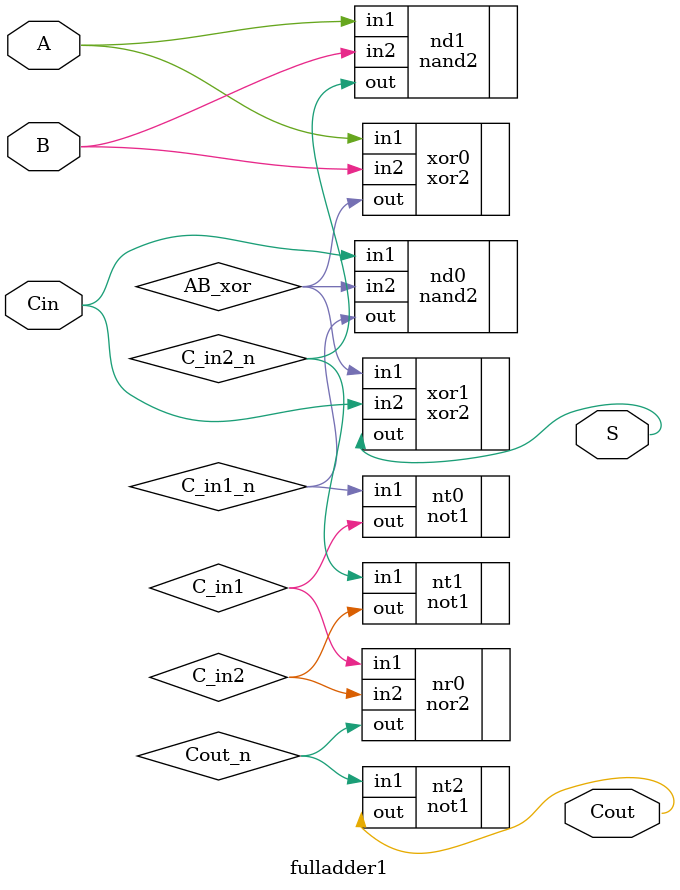
<source format=v>

module fulladder1(A, B, Cin, S, Cout);
	input A, B, Cin;
	output S, Cout;
	
	wire AB_xor, C_in1_n, C_in2_n, C_in1, C_in2, Cout_n;
	
	xor2  xor0(.in1(A),      .in2(B),   .out(AB_xor));
	xor2  xor1(.in1(AB_xor), .in2(Cin), .out(S));
	
	nand2 nd0(.in1(Cin), .in2(AB_xor), .out(C_in1_n));
	nand2 nd1(.in1(A),   .in2(B),      .out(C_in2_n));
	
	nor2  nr0(.in1(C_in1), .in2(C_in2), .out(Cout_n));

	not1 nt0(.in1(C_in1_n), .out(C_in1));
	not1 nt1(.in1(C_in2_n), .out(C_in2));
	not1 nt2(.in1(Cout_n),   .out(Cout));

endmodule
</source>
